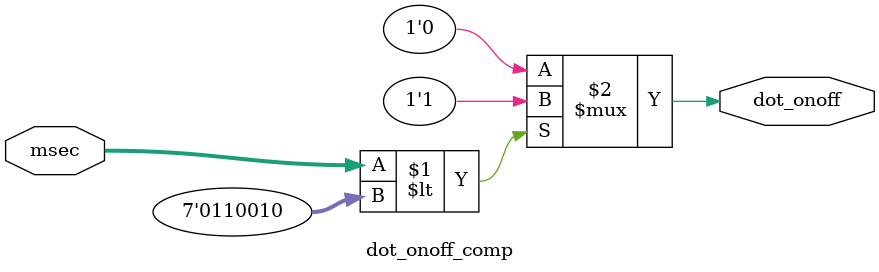
<source format=v>
`timescale 1ns / 1ps

module fnd_controller (
    input         clk,
    input         reset,
    input         sel_display,
    input  [23:0] fnd_in_data,
    output [ 7:0] fnd_data,
    output [ 3:0] fnd_digit,
    output [31:0] send_data
);

    wire [3:0] w_digit_msec_1, w_digit_msec_10;
    wire [3:0] w_digit_sec_1, w_digit_sec_10;
    wire [3:0] w_digit_min_1, w_digit_min_10;
    wire [3:0] w_digit_hour_1, w_digit_hour_10;
    wire [3:0] w_mux_hour_min_out, w_mux_sec_msec_out;
    wire [3:0] w_mux_2x1_out;
    wire [2:0] w_digit_sel;
    wire       w_1khz;
    wire       w_dot_onoff;

    assign send_data = {
        w_digit_hour_10,
        w_digit_hour_1,
        w_digit_min_10,
        w_digit_min_1,
        w_digit_sec_10,
        w_digit_sec_1,
        w_digit_msec_10,
        w_digit_msec_1
    };




    dot_onoff_comp U_DOT_COMP (
        .msec     (fnd_in_data[6:0]),
        .dot_onoff(w_dot_onoff)
    );


    //msec_digit_spl
    digit_splitter #(
        .BIT_WIDTH(7)
    ) U_MSEC_DS (
        .in_data (fnd_in_data[6:0]),
        .digit_1 (w_digit_msec_1),
        .digit_10(w_digit_msec_10)
    );
    //sec_digit_spl
    digit_splitter #(
        .BIT_WIDTH(6)
    ) U_SEC_DS (
        .in_data (fnd_in_data[12:7]),
        .digit_1 (w_digit_sec_1),
        .digit_10(w_digit_sec_10)
    );
    //min_digit_spl
    digit_splitter #(
        .BIT_WIDTH(6)
    ) U_MIN_DS (
        .in_data (fnd_in_data[18:13]),
        .digit_1 (w_digit_min_1),
        .digit_10(w_digit_min_10)
    );
    //mhour_digit_spl
    digit_splitter #(
        .BIT_WIDTH(5)
    ) U_HOUR_DS (
        .in_data (fnd_in_data[23:19]),
        .digit_1 (w_digit_hour_1),
        .digit_10(w_digit_hour_10)
    );


    mux_8x1 U_MUX_SEC_MSEC (
        .sel           (w_digit_sel),
        .digit_1       (w_digit_msec_1),
        .digit_10      (w_digit_msec_10),
        .digit_100     (w_digit_sec_1),
        .digit_1000    (w_digit_sec_10),
        .digit_dot_1   (4'hf),
        .digit_dot_10  (4'hf),
        .digit_dot_100 ({3'b111, w_dot_onoff}),
        .digit_dot_1000(4'hf),
        .mux_out       (w_mux_sec_msec_out)
    );
    mux_8x1 U_MUX_HOUR_MIN (
        .sel           (w_digit_sel),
        .digit_1       (w_digit_min_1),
        .digit_10      (w_digit_min_10),
        .digit_100     (w_digit_hour_1),
        .digit_1000    (w_digit_hour_10),
        .digit_dot_1   (4'hf),
        .digit_dot_10  (4'hf),
        .digit_dot_100 ({3'b111, w_dot_onoff}),
        .digit_dot_1000(4'hf),
        .mux_out       (w_mux_hour_min_out)
    );
    mux_2X1 U_MUX_2X1 (
        .sel(sel_display),
        .i_sel0(w_mux_sec_msec_out),
        .i_sel1(w_mux_hour_min_out),
        .o_mux(w_mux_2x1_out)
    );

    clk_div U_CLK_DIV (
        .clk   (clk),
        .reset (reset),
        .o_1khz(w_1khz)
    );


    counter_8 U_COUNTER_8 (
        .clk      (w_1khz),
        .reset    (reset),
        .digit_sel(w_digit_sel)
    );


    decoder_2x4 U_DECODER_2x4 (
        .digit_sel  (w_digit_sel[1:0]),
        .decoder_out(fnd_digit)
    );

    bcd U_BCD (
        .bcd     (w_mux_2x1_out),
        .fnd_data(fnd_data)
    );


endmodule

module mux_2X1 #(
    parameter BIT_WIDTH = 4
) (
    input                  sel,
    input  [BIT_WIDTH-1:0] i_sel0,
    input  [BIT_WIDTH-1:0] i_sel1,
    output [BIT_WIDTH-1:0] o_mux
);
    assign o_mux = (sel) ? i_sel1 : i_sel0;
endmodule

module clk_div (
    input      clk,
    input      reset,
    output reg o_1khz
);
    reg [$clog2(100_000):0] counter;


    always @(posedge clk or posedge reset) begin
        if (reset) begin
            counter <= 0;
            o_1khz  <= 1'b0;
        end else begin
            if (counter == 99_999) begin
                counter <= 0;
                o_1khz  <= 1'b1;
            end else begin
                counter <= counter + 1;
                o_1khz  <= 1'b0;
            end
        end
    end


endmodule



module counter_8 (
    input        clk,
    input        reset,
    output [2:0] digit_sel
);
    reg [2:0] counter_r;

    always @(posedge clk or posedge reset) begin
        if (reset) begin
            counter_r <= 3'b0;
        end else begin
            counter_r <= counter_r + 3'b01;
        end
    end

    assign digit_sel = counter_r;

endmodule



module decoder_2x4 (
    input      [1:0] digit_sel,
    output reg [3:0] decoder_out
);

    always @(digit_sel) begin
        case (digit_sel)
            2'b00: decoder_out <= 4'b1110;
            2'b01: decoder_out <= 4'b1101;
            2'b10: decoder_out <= 4'b1011;
            2'b11: decoder_out <= 4'b0111;
        endcase
    end
endmodule




module mux_8x1 (
    input      [2:0] sel,
    input      [3:0] digit_1,
    input      [3:0] digit_10,
    input      [3:0] digit_100,
    input      [3:0] digit_1000,
    input      [3:0] digit_dot_1,
    input      [3:0] digit_dot_10,
    input      [3:0] digit_dot_100,
    input      [3:0] digit_dot_1000,
    output reg [3:0] mux_out
);

    always @(*) begin
        case (sel)
            3'b000: mux_out <= digit_1;
            3'b001: mux_out <= digit_10;
            3'b010: mux_out <= digit_100;
            3'b011: mux_out <= digit_1000;
            3'b100: mux_out <= digit_dot_1;
            3'b101: mux_out <= digit_dot_10;
            3'b110: mux_out <= digit_dot_100;
            3'b111: mux_out <= digit_dot_1000;
        endcase
    end

endmodule



module digit_splitter #(
    parameter BIT_WIDTH = 7
) (
    input  [BIT_WIDTH-1:0] in_data,
    output [          3:0] digit_1,
    output [          3:0] digit_10
);

    assign digit_1 = in_data % 10;
    assign digit_10 = (in_data / 10) % 10;
    assign digit_100 = (in_data / 100) % 10;
    assign digit_1000 = (in_data / 1000) % 10;

endmodule



module bcd (
    input      [3:0] bcd,
    output reg [7:0] fnd_data
);

    always @(bcd) begin
        case (bcd)
            4'd0: fnd_data <= 8'hc0;
            4'd1: fnd_data <= 8'hf9;
            4'd2: fnd_data <= 8'ha4;
            4'd3: fnd_data <= 8'hb0;
            4'd4: fnd_data <= 8'h99;
            4'd5: fnd_data <= 8'h92;
            4'd6: fnd_data <= 8'h82;
            4'd7: fnd_data <= 8'hf8;
            4'd8: fnd_data <= 8'h80;
            4'd9: fnd_data <= 8'h90;
            4'd10: fnd_data <= 8'hff;
            4'd12: fnd_data <= 8'hff;
            4'd13: fnd_data <= 8'hff;
            4'd14: fnd_data <= 8'h7f;
            4'd15: fnd_data <= 8'hff;
            default: fnd_data <= 8'hFF;
        endcase
    end

endmodule


module dot_onoff_comp (
    inout [6:0] msec,
    output dot_onoff
);
    assign dot_onoff = (msec < 7'd50) ? 1'b1 : 1'b0;
endmodule

</source>
